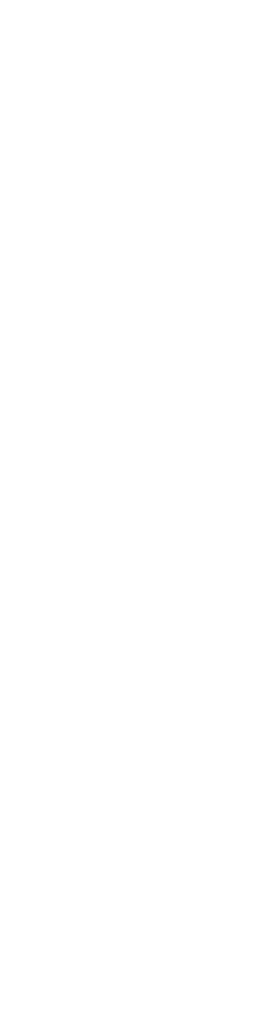
<source format=gts>
*%FSLAX23Y23*%
*%MOIN*%
G01*
D24*
X4773Y5007D02*
D03*
X5533Y4967D02*
D03*
X5278Y3532D02*
D03*
X4843D02*
D03*
X4408D02*
D03*
X5428Y3047D02*
D03*
X4993D02*
D03*
X4558D02*
D03*
D26*
X5583Y4432D02*
D03*
Y4387D02*
D03*
Y4342D02*
D03*
X5513Y5777D02*
D03*
X5588Y5992D02*
D03*
X5483Y5657D02*
D03*
Y5607D02*
D03*
X5578Y5127D02*
D03*
X5528Y5277D02*
D03*
X5483Y5412D02*
D03*
X5583Y4652D02*
D03*
Y4917D02*
D03*
Y4872D02*
D03*
Y4822D02*
D03*
X5633Y3322D02*
D03*
X5593Y3437D02*
D03*
X5588Y2837D02*
D03*
X5528Y3682D02*
D03*
X5578D02*
D03*
X5628D02*
D03*
X5346Y6050D02*
D03*
X5308Y5952D02*
D03*
X5343Y5997D02*
D03*
X5338Y5807D02*
D03*
Y5757D02*
D03*
Y5707D02*
D03*
X5348Y6512D02*
D03*
X5368Y6912D02*
D03*
X5288Y5057D02*
D03*
X5283Y4607D02*
D03*
X5293Y5447D02*
D03*
X5393Y5062D02*
D03*
X5423Y5032D02*
D03*
X5353Y3397D02*
D03*
X5348Y3327D02*
D03*
X5378Y3602D02*
D03*
X5293Y3122D02*
D03*
X5093Y5647D02*
D03*
Y5602D02*
D03*
X5088Y6327D02*
D03*
X5253Y5692D02*
D03*
X5118Y5412D02*
D03*
Y5057D02*
D03*
X5223Y4297D02*
D03*
X5163Y5407D02*
D03*
X5143Y4692D02*
D03*
X5198Y3322D02*
D03*
X5153Y2837D02*
D03*
X5158Y3437D02*
D03*
X5093Y3682D02*
D03*
X5193D02*
D03*
X5143D02*
D03*
X4933Y6727D02*
D03*
Y6772D02*
D03*
X4903Y6822D02*
D03*
X4913Y5862D02*
D03*
X4958D02*
D03*
X5038Y5657D02*
D03*
X4938Y6402D02*
D03*
X4968Y5657D02*
D03*
X4888Y5677D02*
D03*
X5058Y4297D02*
D03*
X4943Y3602D02*
D03*
X4913Y3327D02*
D03*
X4918Y3397D02*
D03*
X4853Y6822D02*
D03*
X4863Y5847D02*
D03*
X4843Y6257D02*
D03*
X4848Y6107D02*
D03*
Y6057D02*
D03*
Y6007D02*
D03*
X4868Y5957D02*
D03*
Y5907D02*
D03*
X4838Y5097D02*
D03*
X4843Y4607D02*
D03*
X4793Y4302D02*
D03*
X4728Y4722D02*
D03*
X4763Y3322D02*
D03*
X4718Y2837D02*
D03*
X4723Y3437D02*
D03*
X4758Y3682D02*
D03*
X4708D02*
D03*
X4863Y3122D02*
D03*
X4548Y5687D02*
D03*
X4658Y6442D02*
D03*
X4543Y6492D02*
D03*
X4563Y6712D02*
D03*
X4593Y5102D02*
D03*
X4563Y5282D02*
D03*
X4673Y5097D02*
D03*
X4628Y4302D02*
D03*
X4678Y4737D02*
D03*
X4628D02*
D03*
X4508Y3602D02*
D03*
X4658Y3682D02*
D03*
X4458Y4352D02*
D03*
X4478Y3327D02*
D03*
X4483Y3397D02*
D03*
X4423Y3122D02*
D03*
D33*
X4970Y7082D02*
D03*
X5070D02*
D03*
Y7004D02*
D03*
X4970D02*
D03*
D35*
X5598Y6597D02*
D03*
X5468Y5822D02*
D03*
X5573D02*
D03*
X4473Y4412D02*
D03*
X5113Y5792D02*
D03*
X5093Y5282D02*
D03*
X4938Y5792D02*
D03*
X5008Y5282D02*
D03*
X5336Y7410D02*
D03*
X4706D02*
D03*
X4543Y5782D02*
D03*
Y5582D02*
D03*
X4623Y7259D02*
D03*
Y6747D02*
D03*
X4473Y7259D02*
D03*
Y6747D02*
D03*
X5563Y7259D02*
D03*
Y6747D02*
D03*
X5413Y7259D02*
D03*
Y6747D02*
D03*
X4563Y4317D02*
D03*
Y4517D02*
D03*
X4998D02*
D03*
Y4317D02*
D03*
X5433D02*
D03*
Y4517D02*
D03*
X5303Y4267D02*
D03*
Y4067D02*
D03*
X4868D02*
D03*
Y4267D02*
D03*
X4433D02*
D03*
Y4067D02*
D03*
X4923Y4787D02*
D03*
Y4987D02*
D03*
X5463Y2722D02*
D03*
Y2922D02*
D03*
X5028D02*
D03*
Y2722D02*
D03*
X4593D02*
D03*
Y2922D02*
D03*
X5522Y2572D02*
D03*
X5322D02*
D03*
X4926D02*
D03*
X5126D02*
D03*
X4721D02*
D03*
X4521D02*
D03*
D37*
X4638Y5967D02*
D03*
X4538Y6067D02*
D03*
X4638Y6367D02*
D03*
X4538D02*
D03*
Y6267D02*
D03*
X4638D02*
D03*
Y6167D02*
D03*
X4538D02*
D03*
X4638Y6067D02*
D03*
D40*
X5198Y5602D02*
D03*
X5148Y5932D02*
D03*
X5143Y6522D02*
D03*
X5103Y4522D02*
D03*
X4663D02*
D03*
X4888Y5452D02*
D03*
D46*
X5258Y7189D02*
D03*
X4782D02*
D03*
D48*
X4528Y7411D02*
D03*
X5511D02*
D03*
D55*
X5241Y7438D02*
D03*
X5186D02*
D03*
X5131D02*
D03*
X5076D02*
D03*
X5021D02*
D03*
X4966D02*
D03*
X4911D02*
D03*
X4856D02*
D03*
X4801D02*
D03*
D57*
X4723Y5007D02*
D03*
X4673D02*
D03*
X4623D02*
D03*
X4573D02*
D03*
X4523D02*
D03*
X4473D02*
D03*
X4423D02*
D03*
Y4632D02*
D03*
X4473D02*
D03*
X4523D02*
D03*
X4573D02*
D03*
X4623D02*
D03*
X4673D02*
D03*
X4723D02*
D03*
X4773D02*
D03*
X5483Y4967D02*
D03*
X5433D02*
D03*
X5383D02*
D03*
X5333D02*
D03*
X5283D02*
D03*
X5233D02*
D03*
X5183D02*
D03*
Y4742D02*
D03*
X5233D02*
D03*
X5283D02*
D03*
X5333D02*
D03*
X5383D02*
D03*
X5433D02*
D03*
X5483D02*
D03*
X5533D02*
D03*
X5278Y3757D02*
D03*
X5328D02*
D03*
X5378D02*
D03*
X5428D02*
D03*
X5478D02*
D03*
X5528D02*
D03*
X5578D02*
D03*
X5628D02*
D03*
Y3532D02*
D03*
X5578D02*
D03*
X5528D02*
D03*
X5478D02*
D03*
X5428D02*
D03*
X5378D02*
D03*
X5328D02*
D03*
X4893D02*
D03*
X4943D02*
D03*
X4993D02*
D03*
X5043D02*
D03*
X5093D02*
D03*
X5143D02*
D03*
X5193D02*
D03*
Y3757D02*
D03*
X5143D02*
D03*
X5093D02*
D03*
X5043D02*
D03*
X4993D02*
D03*
X4943D02*
D03*
X4893D02*
D03*
X4843D02*
D03*
X4408D02*
D03*
X4458D02*
D03*
X4508D02*
D03*
X4558D02*
D03*
X4608D02*
D03*
X4658D02*
D03*
X4708D02*
D03*
X4758D02*
D03*
Y3532D02*
D03*
X4708D02*
D03*
X4658D02*
D03*
X4608D02*
D03*
X4558D02*
D03*
X4508D02*
D03*
X4458D02*
D03*
X5428Y3272D02*
D03*
X5478D02*
D03*
X5528D02*
D03*
X5578D02*
D03*
Y3047D02*
D03*
X5528D02*
D03*
X5478D02*
D03*
X5043D02*
D03*
X5093D02*
D03*
X5143D02*
D03*
Y3272D02*
D03*
X5093D02*
D03*
X5043D02*
D03*
X4993D02*
D03*
X4558D02*
D03*
X4608D02*
D03*
X4658D02*
D03*
X4708D02*
D03*
Y3047D02*
D03*
X4658D02*
D03*
X4608D02*
D03*
D63*
X5478Y6637D02*
D03*
Y6562D02*
D03*
X5473Y4217D02*
D03*
Y4142D02*
D03*
X5543Y4217D02*
D03*
Y4142D02*
D03*
X5038D02*
D03*
Y4217D02*
D03*
X5108Y4142D02*
D03*
Y4217D02*
D03*
X4603D02*
D03*
Y4142D02*
D03*
X4673Y4217D02*
D03*
Y4142D02*
D03*
X5608Y3987D02*
D03*
X5533D02*
D03*
X5608Y3927D02*
D03*
X5533D02*
D03*
X5098Y3987D02*
D03*
X5173D02*
D03*
X5098Y3927D02*
D03*
X5173D02*
D03*
X4738Y3987D02*
D03*
X4663D02*
D03*
X4738Y3927D02*
D03*
X4663D02*
D03*
D64*
X5571Y4067D02*
D03*
X5570Y3847D02*
D03*
X5136Y4067D02*
D03*
X5135Y3847D02*
D03*
X4701Y4067D02*
D03*
X4700Y3847D02*
D03*
D65*
X5037Y5602D02*
D03*
X4968D02*
D03*
X4812Y5677D02*
D03*
X4743D02*
D03*
X5203Y5692D02*
D03*
X5133D02*
D03*
X4812Y5847D02*
D03*
X4743D02*
D03*
X4593Y6492D02*
D03*
X4662D02*
D03*
X4668Y6662D02*
D03*
X4598D02*
D03*
X4527D02*
D03*
X4458D02*
D03*
X4667Y6597D02*
D03*
X4598D02*
D03*
X4458D02*
D03*
X4528D02*
D03*
X5468Y5917D02*
D03*
X5538D02*
D03*
Y6067D02*
D03*
X5468D02*
D03*
X5538Y5992D02*
D03*
X5468D02*
D03*
X4888Y4607D02*
D03*
X4958D02*
D03*
X5173Y4297D02*
D03*
X5103D02*
D03*
X5398Y4607D02*
D03*
X5328D02*
D03*
X4673Y4302D02*
D03*
X4743D02*
D03*
X4723Y5097D02*
D03*
X4793D02*
D03*
X5168Y5057D02*
D03*
X5238D02*
D03*
X4533Y5097D02*
D03*
X4463D02*
D03*
X5338Y3972D02*
D03*
X5268D02*
D03*
Y3907D02*
D03*
X5338D02*
D03*
X5463D02*
D03*
X5393D02*
D03*
Y3842D02*
D03*
X5463D02*
D03*
X5028D02*
D03*
X4958D02*
D03*
Y3907D02*
D03*
X5028D02*
D03*
X4833Y3972D02*
D03*
X4903D02*
D03*
Y3907D02*
D03*
X4833D02*
D03*
X4468Y3972D02*
D03*
X4398D02*
D03*
X4523Y3842D02*
D03*
X4593D02*
D03*
Y3907D02*
D03*
X4523D02*
D03*
X4398D02*
D03*
X4468D02*
D03*
X5128Y3372D02*
D03*
X5198D02*
D03*
X5423D02*
D03*
X5493D02*
D03*
X5058D02*
D03*
X4988D02*
D03*
X4553D02*
D03*
X4623D02*
D03*
X5343Y3452D02*
D03*
X5413D02*
D03*
X4978D02*
D03*
X4908D02*
D03*
X4473D02*
D03*
X4543D02*
D03*
X4668D02*
D03*
X4598D02*
D03*
X5033D02*
D03*
X5103D02*
D03*
X5538D02*
D03*
X5468D02*
D03*
X5633Y3372D02*
D03*
X5563D02*
D03*
X4763D02*
D03*
X4693D02*
D03*
D73*
X4973Y5532D02*
D03*
Y5463D02*
D03*
X5053Y5542D02*
D03*
Y5472D02*
D03*
X5533Y4652D02*
D03*
Y4583D02*
D03*
X5048Y4697D02*
D03*
Y4628D02*
D03*
X5468Y4022D02*
D03*
Y4092D02*
D03*
X5403Y3978D02*
D03*
Y4047D02*
D03*
X4968D02*
D03*
Y3978D02*
D03*
X5033Y4092D02*
D03*
Y4022D02*
D03*
X4598D02*
D03*
Y4092D02*
D03*
X4533Y3978D02*
D03*
Y4047D02*
D03*
X5113Y4753D02*
D03*
Y4822D02*
D03*
X4403Y4353D02*
D03*
Y4422D02*
D03*
Y4478D02*
D03*
Y4547D02*
D03*
X4468Y4478D02*
D03*
Y4547D02*
D03*
X5048Y4753D02*
D03*
Y4822D02*
D03*
Y4962D02*
D03*
Y4893D02*
D03*
X5118Y5542D02*
D03*
Y5473D02*
D03*
X5293Y3327D02*
D03*
Y3397D02*
D03*
X4858D02*
D03*
Y3327D02*
D03*
X4423D02*
D03*
Y3397D02*
D03*
X5348Y3267D02*
D03*
Y3197D02*
D03*
X4913D02*
D03*
Y3267D02*
D03*
X4478D02*
D03*
Y3197D02*
D03*
X5348Y3052D02*
D03*
Y3122D02*
D03*
X4913D02*
D03*
Y3052D02*
D03*
X4478D02*
D03*
Y3122D02*
D03*
X5588Y2952D02*
D03*
Y2883D02*
D03*
X5153D02*
D03*
Y2952D02*
D03*
X4718D02*
D03*
Y2883D02*
D03*
X5348Y2917D02*
D03*
Y2847D02*
D03*
X4913D02*
D03*
Y2917D02*
D03*
X4478D02*
D03*
Y2847D02*
D03*
X5348Y2687D02*
D03*
Y2757D02*
D03*
X4913D02*
D03*
Y2687D02*
D03*
X4478D02*
D03*
Y2757D02*
D03*
X5153Y2717D02*
D03*
Y2787D02*
D03*
D74*
X5398Y6600D02*
D03*
X5393Y4180D02*
D03*
X5623Y4179D02*
D03*
X4958Y4180D02*
D03*
X5188Y4179D02*
D03*
X4523Y4180D02*
D03*
X4753Y4179D02*
D03*
D80*
X5143Y6402D02*
D03*
X5008D02*
D03*
X4863D02*
D03*
X4728D02*
D03*
D86*
X4538Y5967D02*
D03*
D91*
X5423Y5602D02*
D03*
Y5552D02*
D03*
Y5502D02*
D03*
Y5452D02*
D03*
X5198D02*
D03*
Y5502D02*
D03*
Y5552D02*
D03*
X5148Y5982D02*
D03*
Y6032D02*
D03*
Y6082D02*
D03*
Y6132D02*
D03*
Y6182D02*
D03*
Y6232D02*
D03*
Y6282D02*
D03*
X4773D02*
D03*
Y6232D02*
D03*
Y6182D02*
D03*
Y6132D02*
D03*
Y6082D02*
D03*
Y6032D02*
D03*
Y5982D02*
D03*
Y5932D02*
D03*
X4768Y6522D02*
D03*
Y6572D02*
D03*
Y6622D02*
D03*
Y6672D02*
D03*
Y6722D02*
D03*
Y6772D02*
D03*
Y6822D02*
D03*
Y6872D02*
D03*
X5143D02*
D03*
Y6822D02*
D03*
Y6772D02*
D03*
Y6722D02*
D03*
Y6672D02*
D03*
Y6622D02*
D03*
Y6572D02*
D03*
X5328Y4522D02*
D03*
Y4472D02*
D03*
Y4422D02*
D03*
Y4372D02*
D03*
X5103D02*
D03*
Y4422D02*
D03*
Y4472D02*
D03*
X4663D02*
D03*
Y4422D02*
D03*
Y4372D02*
D03*
X4888D02*
D03*
Y4422D02*
D03*
Y4472D02*
D03*
Y4522D02*
D03*
Y5502D02*
D03*
Y5552D02*
D03*
Y5602D02*
D03*
X4663D02*
D03*
Y5552D02*
D03*
Y5502D02*
D03*
Y5452D02*
D03*
D93*
X5460Y5282D02*
D03*
X5177D02*
D03*
X4637D02*
D03*
X4920D02*
D03*
D98*
X5268Y6102D02*
D03*
Y6237D02*
D03*
Y6017D02*
D03*
Y5882D02*
D03*
Y6827D02*
D03*
Y6692D02*
D03*
Y6602D02*
D03*
Y6467D02*
D03*
D103*
X5503Y6455D02*
D03*
Y6171D02*
D03*
M02*

</source>
